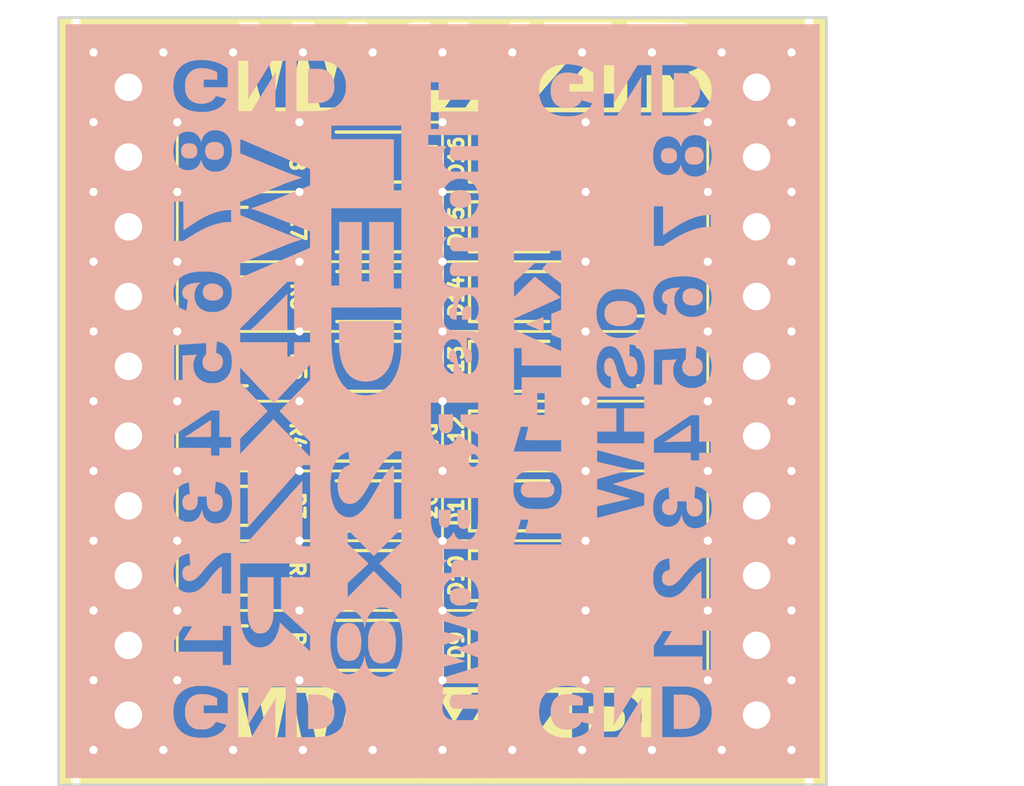
<source format=kicad_pcb>
(kicad_pcb (version 20171130) (host pcbnew 5.1.5-5.1.5)
  (title_block (rev 1))
  (layers (0 Front signal) (31 Back signal) (34 B.Paste user) (35 F.Paste user) (36 B.SilkS user hide) (37 F.SilkS user) (38 B.Mask user) (39 F.Mask user) (44 Edge.Cuts user))
  (net 0 "")
  (net 1 "Net-(D1-Pad2)")
  (net 2 "Net-(D2-Pad2)")
  (net 3 "Net-(D3-Pad2)")
  (net 4 "Net-(D4-Pad2)")
  (net 5 "Net-(D5-Pad2)")
  (net 6 "Net-(D6-Pad2)")
  (net 7 "Net-(D7-Pad2)")
  (net 8 "Net-(D8-Pad2)")
  (net 9 "Net-(D9-Pad2)")
  (net 10 "Net-(D10-Pad2)")
  (net 11 "Net-(D11-Pad2)")
  (net 12 "Net-(D12-Pad2)")
  (net 13 "Net-(D13-Pad2)")
  (net 14 "Net-(D14-Pad2)")
  (net 15 "Net-(D15-Pad2)")
  (net 16 "Net-(D16-Pad2)")
  (net 17 GND)
  (net 18 "Net-(J1-Pad9)")
  (net 19 "Net-(J1-Pad8)")
  (net 20 "Net-(J1-Pad7)")
  (net 21 "Net-(J1-Pad6)")
  (net 22 "Net-(J1-Pad5)")
  (net 23 "Net-(J1-Pad4)")
  (net 24 "Net-(J1-Pad3)")
  (net 25 "Net-(J1-Pad2)")
  (net 26 "Net-(J2-Pad9)")
  (net 27 "Net-(J2-Pad8)")
  (net 28 "Net-(J2-Pad7)")
  (net 29 "Net-(J2-Pad6)")
  (net 30 "Net-(J2-Pad5)")
  (net 31 "Net-(J2-Pad4)")
  (net 32 "Net-(J2-Pad3)")
  (net 33 "Net-(J2-Pad2)")
  (module KAT-101:front (layer Front) (at 217.17 64.77)
    (fp_text reference G*** hide)
    (fp_text value LOGO hide)
  )
  (module KAT-101:back (layer Back) (at 217.17 64.77 270)
    (fp_text reference G*** hide)
    (fp_text value LOGO hide)
  )
  (module Fiducial:Fiducial_0.75mm_Mask1.5mm (layer Front) (at 226.06 76.2)
    (fp_text reference FID3 hide)
    (fp_text value Fiducial)
    (pad "" smd circle (at 0 0) (size 0.75 0.75) (layers Front F.Mask) (clearance 0.375))
  )
  (module Fiducial:Fiducial_0.75mm_Mask1.5mm (layer Front) (at 208.28 53.34)
    (fp_text reference FID2 hide)
    (fp_text value Fiducial)
    (pad "" smd circle (at 0 0) (size 0.75 0.75) (layers Front F.Mask) (clearance 0.375))
  )
  (module Fiducial:Fiducial_0.75mm_Mask1.5mm (layer Front) (at 208.28 76.2)
    (fp_text reference FID1 hide)
    (fp_text value Fiducial)
    (pad "" smd circle (at 0 0) (size 0.75 0.75) (layers Front F.Mask) (clearance 0.375))
  )
  (module Connector_PinHeader_2.54mm:PinHeader_1x10_P2.54mm_Vertical (layer Back) (at 228.6 76.2)
    (fp_text reference J2 hide)
    (fp_text value Conn_01x10)
    (pad 10 thru_hole oval (at 0 -22.86) (size 1.7 1.7) (drill 1) (layers *.Cu *.Mask) (net 17 GND))
    (pad 9 thru_hole oval (at 0 -20.32) (size 1.7 1.7) (drill 1) (layers *.Cu *.Mask) (net 26 "Net-(J2-Pad9)"))
    (pad 8 thru_hole oval (at 0 -17.78) (size 1.7 1.7) (drill 1) (layers *.Cu *.Mask) (net 27 "Net-(J2-Pad8)"))
    (pad 7 thru_hole oval (at 0 -15.24) (size 1.7 1.7) (drill 1) (layers *.Cu *.Mask) (net 28 "Net-(J2-Pad7)"))
    (pad 6 thru_hole oval (at 0 -12.7) (size 1.7 1.7) (drill 1) (layers *.Cu *.Mask) (net 29 "Net-(J2-Pad6)"))
    (pad 5 thru_hole oval (at 0 -10.16) (size 1.7 1.7) (drill 1) (layers *.Cu *.Mask) (net 30 "Net-(J2-Pad5)"))
    (pad 4 thru_hole oval (at 0 -7.62) (size 1.7 1.7) (drill 1) (layers *.Cu *.Mask) (net 31 "Net-(J2-Pad4)"))
    (pad 3 thru_hole oval (at 0 -5.08) (size 1.7 1.7) (drill 1) (layers *.Cu *.Mask) (net 32 "Net-(J2-Pad3)"))
    (pad 2 thru_hole oval (at 0 -2.54) (size 1.7 1.7) (drill 1) (layers *.Cu *.Mask) (net 33 "Net-(J2-Pad2)"))
    (pad 1 thru_hole oval (at 0 0) (size 1.7 1.7) (drill 1) (layers *.Cu *.Mask) (net 17 GND))
  )
  (module Connector_PinHeader_2.54mm:PinHeader_1x10_P2.54mm_Vertical (layer Back) (at 205.74 76.2)
    (fp_text reference J1 hide)
    (fp_text value Conn_01x10)
    (pad 10 thru_hole oval (at 0 -22.86) (size 1.7 1.7) (drill 1) (layers *.Cu *.Mask) (net 17 GND))
    (pad 9 thru_hole oval (at 0 -20.32) (size 1.7 1.7) (drill 1) (layers *.Cu *.Mask) (net 18 "Net-(J1-Pad9)"))
    (pad 8 thru_hole oval (at 0 -17.78) (size 1.7 1.7) (drill 1) (layers *.Cu *.Mask) (net 19 "Net-(J1-Pad8)"))
    (pad 7 thru_hole oval (at 0 -15.24) (size 1.7 1.7) (drill 1) (layers *.Cu *.Mask) (net 20 "Net-(J1-Pad7)"))
    (pad 6 thru_hole oval (at 0 -12.7) (size 1.7 1.7) (drill 1) (layers *.Cu *.Mask) (net 21 "Net-(J1-Pad6)"))
    (pad 5 thru_hole oval (at 0 -10.16) (size 1.7 1.7) (drill 1) (layers *.Cu *.Mask) (net 22 "Net-(J1-Pad5)"))
    (pad 4 thru_hole oval (at 0 -7.62) (size 1.7 1.7) (drill 1) (layers *.Cu *.Mask) (net 23 "Net-(J1-Pad4)"))
    (pad 3 thru_hole oval (at 0 -5.08) (size 1.7 1.7) (drill 1) (layers *.Cu *.Mask) (net 24 "Net-(J1-Pad3)"))
    (pad 2 thru_hole oval (at 0 -2.54) (size 1.7 1.7) (drill 1) (layers *.Cu *.Mask) (net 25 "Net-(J1-Pad2)"))
    (pad 1 thru_hole oval (at 0 0) (size 1.7 1.7) (drill 1) (layers *.Cu *.Mask) (net 17 GND))
  )
  (module Resistor_SMD:R_0805_2012Metric (layer Front) (at 224.536 55.88)
    (fp_text reference R16 (at -2.1105 0 90 unlocked) (layer F.SilkS) (effects (font (size 0.508 0.508))))
    (fp_text value R_US)
    (pad 2 smd roundrect (at 0.9375 0) (size 0.975 1.4) (layers Front F.Paste F.Mask) (net 26 "Net-(J2-Pad9)"))
    (pad 1 smd roundrect (at -0.9375 0) (size 0.975 1.4) (layers Front F.Paste F.Mask) (net 16 "Net-(D16-Pad2)"))
  )
  (module Resistor_SMD:R_0805_2012Metric (layer Front) (at 224.536 58.42)
    (fp_text reference R15 (at -2.1105 0 90 unlocked) (layer F.SilkS) (effects (font (size 0.508 0.508))))
    (fp_text value R_US)
    (pad 2 smd roundrect (at 0.9375 0) (size 0.975 1.4) (layers Front F.Paste F.Mask) (net 27 "Net-(J2-Pad8)"))
    (pad 1 smd roundrect (at -0.9375 0) (size 0.975 1.4) (layers Front F.Paste F.Mask) (net 15 "Net-(D15-Pad2)"))
  )
  (module Resistor_SMD:R_0805_2012Metric (layer Front) (at 224.536 60.96)
    (fp_text reference R14 (at -2.1105 0 90 unlocked) (layer F.SilkS) (effects (font (size 0.508 0.508))))
    (fp_text value R_US)
    (pad 2 smd roundrect (at 0.9375 0) (size 0.975 1.4) (layers Front F.Paste F.Mask) (net 28 "Net-(J2-Pad7)"))
    (pad 1 smd roundrect (at -0.9375 0) (size 0.975 1.4) (layers Front F.Paste F.Mask) (net 14 "Net-(D14-Pad2)"))
  )
  (module Resistor_SMD:R_0805_2012Metric (layer Front) (at 224.536 63.5)
    (fp_text reference R13 (at -2.1105 0 90 unlocked) (layer F.SilkS) (effects (font (size 0.508 0.508))))
    (fp_text value R_US)
    (pad 2 smd roundrect (at 0.9375 0) (size 0.975 1.4) (layers Front F.Paste F.Mask) (net 29 "Net-(J2-Pad6)"))
    (pad 1 smd roundrect (at -0.9375 0) (size 0.975 1.4) (layers Front F.Paste F.Mask) (net 13 "Net-(D13-Pad2)"))
  )
  (module Resistor_SMD:R_0805_2012Metric (layer Front) (at 224.536 66.04)
    (fp_text reference R12 (at -2.1105 0 90 unlocked) (layer F.SilkS) (effects (font (size 0.508 0.508))))
    (fp_text value R_US)
    (pad 2 smd roundrect (at 0.9375 0) (size 0.975 1.4) (layers Front F.Paste F.Mask) (net 30 "Net-(J2-Pad5)"))
    (pad 1 smd roundrect (at -0.9375 0) (size 0.975 1.4) (layers Front F.Paste F.Mask) (net 12 "Net-(D12-Pad2)"))
  )
  (module Resistor_SMD:R_0805_2012Metric (layer Front) (at 224.536 68.58)
    (fp_text reference R11 (at -2.1105 0 90 unlocked) (layer F.SilkS) (effects (font (size 0.508 0.508))))
    (fp_text value R_US)
    (pad 2 smd roundrect (at 0.9375 0) (size 0.975 1.4) (layers Front F.Paste F.Mask) (net 31 "Net-(J2-Pad4)"))
    (pad 1 smd roundrect (at -0.9375 0) (size 0.975 1.4) (layers Front F.Paste F.Mask) (net 11 "Net-(D11-Pad2)"))
  )
  (module Resistor_SMD:R_0805_2012Metric (layer Front) (at 224.536 71.12)
    (fp_text reference R10 (at -2.1105 0 90 unlocked) (layer F.SilkS) (effects (font (size 0.508 0.508))))
    (fp_text value R_US)
    (pad 2 smd roundrect (at 0.9375 0) (size 0.975 1.4) (layers Front F.Paste F.Mask) (net 32 "Net-(J2-Pad3)"))
    (pad 1 smd roundrect (at -0.9375 0) (size 0.975 1.4) (layers Front F.Paste F.Mask) (net 10 "Net-(D10-Pad2)"))
  )
  (module Resistor_SMD:R_0805_2012Metric (layer Front) (at 224.536 73.66)
    (fp_text reference R9 (at -2.0955 0 90 unlocked) (layer F.SilkS) (effects (font (size 0.508 0.508))))
    (fp_text value R_US)
    (pad 2 smd roundrect (at 0.9375 0) (size 0.975 1.4) (layers Front F.Paste F.Mask) (net 33 "Net-(J2-Pad2)"))
    (pad 1 smd roundrect (at -0.9375 0) (size 0.975 1.4) (layers Front F.Paste F.Mask) (net 9 "Net-(D9-Pad2)"))
  )
  (module Resistor_SMD:R_0805_2012Metric (layer Front) (at 209.804 55.88 180)
    (fp_text reference R8 (at -2.0805 0 270 unlocked) (layer F.SilkS) (effects (font (size 0.508 0.508))))
    (fp_text value R_US)
    (pad 2 smd roundrect (at 0.9375 0 180) (size 0.975 1.4) (layers Front F.Paste F.Mask) (net 18 "Net-(J1-Pad9)"))
    (pad 1 smd roundrect (at -0.9375 0 180) (size 0.975 1.4) (layers Front F.Paste F.Mask) (net 8 "Net-(D8-Pad2)"))
  )
  (module Resistor_SMD:R_0805_2012Metric (layer Front) (at 209.804 58.42 180)
    (fp_text reference R7 (at -2.1105 0 270 unlocked) (layer F.SilkS) (effects (font (size 0.508 0.508))))
    (fp_text value R_US)
    (pad 2 smd roundrect (at 0.9375 0 180) (size 0.975 1.4) (layers Front F.Paste F.Mask) (net 19 "Net-(J1-Pad8)"))
    (pad 1 smd roundrect (at -0.9375 0 180) (size 0.975 1.4) (layers Front F.Paste F.Mask) (net 7 "Net-(D7-Pad2)"))
  )
  (module Resistor_SMD:R_0805_2012Metric (layer Front) (at 209.804 60.96 180)
    (fp_text reference R6 (at -2.1105 0 270 unlocked) (layer F.SilkS) (effects (font (size 0.508 0.508))))
    (fp_text value R_US)
    (pad 2 smd roundrect (at 0.9375 0 180) (size 0.975 1.4) (layers Front F.Paste F.Mask) (net 20 "Net-(J1-Pad7)"))
    (pad 1 smd roundrect (at -0.9375 0 180) (size 0.975 1.4) (layers Front F.Paste F.Mask) (net 6 "Net-(D6-Pad2)"))
  )
  (module Resistor_SMD:R_0805_2012Metric (layer Front) (at 209.804 63.5 180)
    (fp_text reference R5 (at -2.1105 0 270 unlocked) (layer F.SilkS) (effects (font (size 0.508 0.508))))
    (fp_text value R_US)
    (pad 2 smd roundrect (at 0.9375 0 180) (size 0.975 1.4) (layers Front F.Paste F.Mask) (net 21 "Net-(J1-Pad6)"))
    (pad 1 smd roundrect (at -0.9375 0 180) (size 0.975 1.4) (layers Front F.Paste F.Mask) (net 5 "Net-(D5-Pad2)"))
  )
  (module Resistor_SMD:R_0805_2012Metric (layer Front) (at 209.804 66.04 180)
    (fp_text reference R4 (at -2.0805 0 270 unlocked) (layer F.SilkS) (effects (font (size 0.508 0.508))))
    (fp_text value R_US)
    (pad 2 smd roundrect (at 0.9375 0 180) (size 0.975 1.4) (layers Front F.Paste F.Mask) (net 22 "Net-(J1-Pad5)"))
    (pad 1 smd roundrect (at -0.9375 0 180) (size 0.975 1.4) (layers Front F.Paste F.Mask) (net 4 "Net-(D4-Pad2)"))
  )
  (module Resistor_SMD:R_0805_2012Metric (layer Front) (at 209.804 68.58 180)
    (fp_text reference R3 (at -2.0805 0 270 unlocked) (layer F.SilkS) (effects (font (size 0.508 0.508))))
    (fp_text value R_US)
    (pad 2 smd roundrect (at 0.9375 0 180) (size 0.975 1.4) (layers Front F.Paste F.Mask) (net 23 "Net-(J1-Pad4)"))
    (pad 1 smd roundrect (at -0.9375 0 180) (size 0.975 1.4) (layers Front F.Paste F.Mask) (net 3 "Net-(D3-Pad2)"))
  )
  (module Resistor_SMD:R_0805_2012Metric (layer Front) (at 209.804 71.12 180)
    (fp_text reference R2 (at -2.0805 0 270 unlocked) (layer F.SilkS) (effects (font (size 0.508 0.508))))
    (fp_text value R_US)
    (pad 2 smd roundrect (at 0.9375 0 180) (size 0.975 1.4) (layers Front F.Paste F.Mask) (net 24 "Net-(J1-Pad3)"))
    (pad 1 smd roundrect (at -0.9375 0 180) (size 0.975 1.4) (layers Front F.Paste F.Mask) (net 2 "Net-(D2-Pad2)"))
  )
  (module Resistor_SMD:R_0805_2012Metric (layer Front) (at 209.804 73.66 180)
    (fp_text reference R1 (at -2.0805 0 270 unlocked) (layer F.SilkS) (effects (font (size 0.508 0.508))))
    (fp_text value R_US)
    (pad 2 smd roundrect (at 0.9375 0 180) (size 0.975 1.4) (layers Front F.Paste F.Mask) (net 25 "Net-(J1-Pad2)"))
    (pad 1 smd roundrect (at -0.9375 0 180) (size 0.975 1.4) (layers Front F.Paste F.Mask) (net 1 "Net-(D1-Pad2)"))
  )
  (module LED_SMD:LED_0805_2012Metric_Castellated (layer Front) (at 220.0375 55.88)
    (fp_text reference D16 (at -2.3595 0 90 unlocked) (layer F.SilkS) (effects (font (size 0.508 0.508))))
    (fp_text value LED)
    (pad 2 smd roundrect (at 0.9625 0) (size 1.325 1.3) (layers Front F.Paste F.Mask) (roundrect_rratio 0.192308) (net 16 "Net-(D16-Pad2)"))
    (pad 1 smd roundrect (at -0.9625 0) (size 1.325 1.3) (layers Front F.Paste F.Mask) (roundrect_rratio 0.192308) (net 17 GND))
  )
  (module LED_SMD:LED_0805_2012Metric_Castellated (layer Front) (at 220.0375 58.42)
    (fp_text reference D15 (at -2.3595 0 90 unlocked) (layer F.SilkS) (effects (font (size 0.508 0.508))))
    (fp_text value LED)
    (pad 2 smd roundrect (at 0.9625 0) (size 1.325 1.3) (layers Front F.Paste F.Mask) (roundrect_rratio 0.192308) (net 15 "Net-(D15-Pad2)"))
    (pad 1 smd roundrect (at -0.9625 0) (size 1.325 1.3) (layers Front F.Paste F.Mask) (roundrect_rratio 0.192308) (net 17 GND))
  )
  (module LED_SMD:LED_0805_2012Metric_Castellated (layer Front) (at 220.0375 60.96)
    (fp_text reference D14 (at -2.3595 0 90 unlocked) (layer F.SilkS) (effects (font (size 0.508 0.508))))
    (fp_text value LED)
    (pad 2 smd roundrect (at 0.9625 0) (size 1.325 1.3) (layers Front F.Paste F.Mask) (roundrect_rratio 0.192308) (net 14 "Net-(D14-Pad2)"))
    (pad 1 smd roundrect (at -0.9625 0) (size 1.325 1.3) (layers Front F.Paste F.Mask) (roundrect_rratio 0.192308) (net 17 GND))
  )
  (module LED_SMD:LED_0805_2012Metric_Castellated (layer Front) (at 220.0375 63.5)
    (fp_text reference D13 (at -2.3595 0 90 unlocked) (layer F.SilkS) (effects (font (size 0.508 0.508))))
    (fp_text value LED)
    (pad 2 smd roundrect (at 0.9625 0) (size 1.325 1.3) (layers Front F.Paste F.Mask) (roundrect_rratio 0.192308) (net 13 "Net-(D13-Pad2)"))
    (pad 1 smd roundrect (at -0.9625 0) (size 1.325 1.3) (layers Front F.Paste F.Mask) (roundrect_rratio 0.192308) (net 17 GND))
  )
  (module LED_SMD:LED_0805_2012Metric_Castellated (layer Front) (at 220.0375 66.04)
    (fp_text reference D12 (at -2.3595 0 90 unlocked) (layer F.SilkS) (effects (font (size 0.508 0.508))))
    (fp_text value LED)
    (pad 2 smd roundrect (at 0.9625 0) (size 1.325 1.3) (layers Front F.Paste F.Mask) (roundrect_rratio 0.192308) (net 12 "Net-(D12-Pad2)"))
    (pad 1 smd roundrect (at -0.9625 0) (size 1.325 1.3) (layers Front F.Paste F.Mask) (roundrect_rratio 0.192308) (net 17 GND))
  )
  (module LED_SMD:LED_0805_2012Metric_Castellated (layer Front) (at 220.0375 68.58)
    (fp_text reference D11 (at -2.3595 0 90 unlocked) (layer F.SilkS) (effects (font (size 0.508 0.508))))
    (fp_text value LED)
    (pad 2 smd roundrect (at 0.9625 0) (size 1.325 1.3) (layers Front F.Paste F.Mask) (roundrect_rratio 0.192308) (net 11 "Net-(D11-Pad2)"))
    (pad 1 smd roundrect (at -0.9625 0) (size 1.325 1.3) (layers Front F.Paste F.Mask) (roundrect_rratio 0.192308) (net 17 GND))
  )
  (module LED_SMD:LED_0805_2012Metric_Castellated (layer Front) (at 220.0375 71.12)
    (fp_text reference D10 (at -2.3595 0 90 unlocked) (layer F.SilkS) (effects (font (size 0.508 0.508))))
    (fp_text value LED)
    (pad 2 smd roundrect (at 0.9625 0) (size 1.325 1.3) (layers Front F.Paste F.Mask) (roundrect_rratio 0.192308) (net 10 "Net-(D10-Pad2)"))
    (pad 1 smd roundrect (at -0.9625 0) (size 1.325 1.3) (layers Front F.Paste F.Mask) (roundrect_rratio 0.192308) (net 17 GND))
  )
  (module LED_SMD:LED_0805_2012Metric_Castellated (layer Front) (at 220.0175 73.66)
    (fp_text reference D9 (at -2.3395 0 90 unlocked) (layer F.SilkS) (effects (font (size 0.508 0.508))))
    (fp_text value LED)
    (pad 2 smd roundrect (at 0.9625 0) (size 1.325 1.3) (layers Front F.Paste F.Mask) (roundrect_rratio 0.192308) (net 9 "Net-(D9-Pad2)"))
    (pad 1 smd roundrect (at -0.9625 0) (size 1.325 1.3) (layers Front F.Paste F.Mask) (roundrect_rratio 0.192308) (net 17 GND))
  )
  (module LED_SMD:LED_0805_2012Metric_Castellated (layer Front) (at 214.3025 55.88 180)
    (fp_text reference D8 (at -2.3595 0 270 unlocked) (layer F.SilkS) (effects (font (size 0.508 0.508))))
    (fp_text value LED)
    (pad 2 smd roundrect (at 0.9625 0 180) (size 1.325 1.3) (layers Front F.Paste F.Mask) (roundrect_rratio 0.192308) (net 8 "Net-(D8-Pad2)"))
    (pad 1 smd roundrect (at -0.9625 0 180) (size 1.325 1.3) (layers Front F.Paste F.Mask) (roundrect_rratio 0.192308) (net 17 GND))
  )
  (module LED_SMD:LED_0805_2012Metric_Castellated (layer Front) (at 214.3025 58.42 180)
    (fp_text reference D7 (at -2.3595 0 270 unlocked) (layer F.SilkS) (effects (font (size 0.508 0.508))))
    (fp_text value LED)
    (pad 2 smd roundrect (at 0.9625 0 180) (size 1.325 1.3) (layers Front F.Paste F.Mask) (roundrect_rratio 0.192308) (net 7 "Net-(D7-Pad2)"))
    (pad 1 smd roundrect (at -0.9625 0 180) (size 1.325 1.3) (layers Front F.Paste F.Mask) (roundrect_rratio 0.192308) (net 17 GND))
  )
  (module LED_SMD:LED_0805_2012Metric_Castellated (layer Front) (at 214.3225 60.96 180)
    (fp_text reference D6 (at -2.3395 0 270 unlocked) (layer F.SilkS) (effects (font (size 0.508 0.508))))
    (fp_text value LED)
    (pad 2 smd roundrect (at 0.9625 0 180) (size 1.325 1.3) (layers Front F.Paste F.Mask) (roundrect_rratio 0.192308) (net 6 "Net-(D6-Pad2)"))
    (pad 1 smd roundrect (at -0.9625 0 180) (size 1.325 1.3) (layers Front F.Paste F.Mask) (roundrect_rratio 0.192308) (net 17 GND))
  )
  (module LED_SMD:LED_0805_2012Metric_Castellated (layer Front) (at 214.3025 63.5 180)
    (fp_text reference D5 (at -2.3595 0 270 unlocked) (layer F.SilkS) (effects (font (size 0.508 0.508))))
    (fp_text value LED)
    (pad 2 smd roundrect (at 0.9625 0 180) (size 1.325 1.3) (layers Front F.Paste F.Mask) (roundrect_rratio 0.192308) (net 5 "Net-(D5-Pad2)"))
    (pad 1 smd roundrect (at -0.9625 0 180) (size 1.325 1.3) (layers Front F.Paste F.Mask) (roundrect_rratio 0.192308) (net 17 GND))
  )
  (module LED_SMD:LED_0805_2012Metric_Castellated (layer Front) (at 214.3025 66.04 180)
    (fp_text reference D4 (at -2.3595 0 270 unlocked) (layer F.SilkS) (effects (font (size 0.508 0.508))))
    (fp_text value LED)
    (pad 2 smd roundrect (at 0.9625 0 180) (size 1.325 1.3) (layers Front F.Paste F.Mask) (roundrect_rratio 0.192308) (net 4 "Net-(D4-Pad2)"))
    (pad 1 smd roundrect (at -0.9625 0 180) (size 1.325 1.3) (layers Front F.Paste F.Mask) (roundrect_rratio 0.192308) (net 17 GND))
  )
  (module LED_SMD:LED_0805_2012Metric_Castellated (layer Front) (at 214.3025 68.58 180)
    (fp_text reference D3 (at -2.3595 0 270 unlocked) (layer F.SilkS) (effects (font (size 0.508 0.508))))
    (fp_text value LED)
    (pad 2 smd roundrect (at 0.9625 0 180) (size 1.325 1.3) (layers Front F.Paste F.Mask) (roundrect_rratio 0.192308) (net 3 "Net-(D3-Pad2)"))
    (pad 1 smd roundrect (at -0.9625 0 180) (size 1.325 1.3) (layers Front F.Paste F.Mask) (roundrect_rratio 0.192308) (net 17 GND))
  )
  (module LED_SMD:LED_0805_2012Metric_Castellated (layer Front) (at 214.3025 71.12 180)
    (fp_text reference D2 (at -2.3595 0 270 unlocked) (layer F.SilkS) (effects (font (size 0.508 0.508))))
    (fp_text value LED)
    (pad 2 smd roundrect (at 0.9625 0 180) (size 1.325 1.3) (layers Front F.Paste F.Mask) (roundrect_rratio 0.192308) (net 2 "Net-(D2-Pad2)"))
    (pad 1 smd roundrect (at -0.9625 0 180) (size 1.325 1.3) (layers Front F.Paste F.Mask) (roundrect_rratio 0.192308) (net 17 GND))
  )
  (module LED_SMD:LED_0805_2012Metric_Castellated (layer Front) (at 214.3225 73.66 180)
    (fp_text reference D1 (at -2.3395 0 270 unlocked) (layer F.SilkS) (effects (font (size 0.508 0.508))))
    (fp_text value LED)
    (pad 2 smd roundrect (at 0.9625 0 180) (size 1.325 1.3) (layers Front F.Paste F.Mask) (roundrect_rratio 0.192308) (net 1 "Net-(D1-Pad2)"))
    (pad 1 smd roundrect (at -0.9625 0 180) (size 1.325 1.3) (layers Front F.Paste F.Mask) (roundrect_rratio 0.192308) (net 17 GND))
  )
  (gr_line (start 203.2 78.74) (end 231.14 78.74) (layer Edge.Cuts) (width 0.1))
  (gr_line (start 231.14 78.74) (end 231.14 50.8) (layer Edge.Cuts) (width 0.1))
  (gr_line (start 231.14 50.8) (end 203.2 50.8) (layer Edge.Cuts) (width 0.1))
  (gr_line (start 203.2 50.8) (end 203.2 78.74) (layer Edge.Cuts) (width 0.1))
  (gr_line (start 217.17 54.61) (end 217.17 74.93) (layer F.SilkS) (width 0.1))
  (gr_line (start 226.822 74.93) (end 226.822 54.61) (layer F.SilkS) (width 0.1))
  (gr_line (start 207.518 54.61) (end 207.518 74.93) (layer F.SilkS) (width 0.1))
  (gr_line (start 226.822 54.61) (end 207.518 54.61) (layer F.SilkS) (width 0.1))
  (gr_line (start 207.518 74.93) (end 226.822 74.93) (layer F.SilkS) (width 0.1))
  (gr_line (start 226.822 72.39) (end 207.518 72.39) (layer F.SilkS) (width 0.1))
  (gr_line (start 226.822 69.85) (end 207.518 69.85) (layer F.SilkS) (width 0.1))
  (gr_line (start 226.695 67.31) (end 226.822 67.31) (layer F.SilkS) (width 0.1))
  (gr_line (start 207.518 67.31) (end 226.695 67.31) (layer F.SilkS) (width 0.1))
  (gr_line (start 226.822 64.77) (end 207.518 64.77) (layer F.SilkS) (width 0.1))
  (gr_line (start 207.518 62.23) (end 226.822 62.23) (layer F.SilkS) (width 0.1))
  (gr_line (start 226.822 59.69) (end 207.518 59.69) (layer F.SilkS) (width 0.1))
  (gr_line (start 207.518 57.15) (end 226.822 57.15) (layer F.SilkS) (width 0.1))
  (segment (start 210.7415 73.66) (end 213.36 73.66) (width 0.508) (layer Front) (net 1))
  (segment (start 213.34 71.12) (end 210.7415 71.12) (width 0.508) (layer Front) (net 2))
  (segment (start 210.7415 68.58) (end 213.34 68.58) (width 0.508) (layer Front) (net 3))
  (segment (start 213.34 66.04) (end 210.7415 66.04) (width 0.508) (layer Front) (net 4))
  (segment (start 210.7415 63.5) (end 213.34 63.5) (width 0.508) (layer Front) (net 5))
  (segment (start 213.36 60.96) (end 210.7415 60.96) (width 0.508) (layer Front) (net 6))
  (segment (start 213.34 58.42) (end 210.7415 58.42) (width 0.508) (layer Front) (net 7))
  (segment (start 213.34 55.88) (end 210.7415 55.88) (width 0.508) (layer Front) (net 8))
  (segment (start 223.5985 73.66) (end 220.98 73.66) (width 0.508) (layer Front) (net 9))
  (segment (start 221 71.12) (end 223.5985 71.12) (width 0.508) (layer Front) (net 10))
  (segment (start 221 68.58) (end 223.5985 68.58) (width 0.508) (layer Front) (net 11))
  (segment (start 221 66.04) (end 223.5985 66.04) (width 0.508) (layer Front) (net 12))
  (segment (start 221 63.5) (end 223.5985 63.5) (width 0.508) (layer Front) (net 13))
  (segment (start 221 60.96) (end 223.5985 60.96) (width 0.508) (layer Front) (net 14))
  (segment (start 223.5985 58.42) (end 221 58.42) (width 0.508) (layer Front) (net 15))
  (segment (start 221 55.88) (end 223.5985 55.88) (width 0.508) (layer Front) (net 16))
  (via (at 217.17 74.93) (size 0.6) (drill 0.3) (layers Front Back) (net 17))
  (via (at 217.17 72.39) (size 0.6) (drill 0.3) (layers Front Back) (net 17))
  (via (at 217.17 69.85) (size 0.6) (drill 0.3) (layers Front Back) (net 17))
  (via (at 217.17 67.31) (size 0.6) (drill 0.3) (layers Front Back) (net 17))
  (via (at 217.17 64.77) (size 0.6) (drill 0.3) (layers Front Back) (net 17))
  (via (at 217.17 62.23) (size 0.6) (drill 0.3) (layers Front Back) (net 17))
  (via (at 217.17 59.69) (size 0.6) (drill 0.3) (layers Front Back) (net 17))
  (via (at 217.17 57.15) (size 0.6) (drill 0.3) (layers Front Back) (net 17))
  (via (at 217.17 54.61) (size 0.6) (drill 0.3) (layers Front Back) (net 17))
  (via (at 226.822 54.61) (size 0.6) (drill 0.3) (layers Front Back) (net 17))
  (via (at 207.518 54.61) (size 0.6) (drill 0.3) (layers Front Back) (net 17))
  (via (at 207.518 74.93) (size 0.6) (drill 0.3) (layers Front Back) (net 17))
  (via (at 226.822 74.93) (size 0.6) (drill 0.3) (layers Front Back) (net 17))
  (via (at 226.822 57.15) (size 0.6) (drill 0.3) (layers Front Back) (net 17))
  (via (at 226.822 59.69) (size 0.6) (drill 0.3) (layers Front Back) (net 17))
  (via (at 226.822 62.23) (size 0.6) (drill 0.3) (layers Front Back) (net 17))
  (via (at 226.822 64.77) (size 0.6) (drill 0.3) (layers Front Back) (net 17))
  (via (at 226.822 67.31) (size 0.6) (drill 0.3) (layers Front Back) (net 17))
  (via (at 226.822 69.85) (size 0.6) (drill 0.3) (layers Front Back) (net 17))
  (via (at 226.822 72.39) (size 0.6) (drill 0.3) (layers Front Back) (net 17))
  (via (at 207.518 72.39) (size 0.6) (drill 0.3) (layers Front Back) (net 17))
  (via (at 207.518 69.85) (size 0.6) (drill 0.3) (layers Front Back) (net 17))
  (via (at 207.518 67.31) (size 0.6) (drill 0.3) (layers Front Back) (net 17))
  (via (at 207.518 64.77) (size 0.6) (drill 0.3) (layers Front Back) (net 17))
  (via (at 207.518 62.23) (size 0.6) (drill 0.3) (layers Front Back) (net 17))
  (via (at 207.518 59.69) (size 0.6) (drill 0.3) (layers Front Back) (net 17))
  (via (at 207.518 57.15) (size 0.6) (drill 0.3) (layers Front Back) (net 17))
  (via (at 222.377 57.15) (size 0.6) (drill 0.3) (layers Front Back) (net 17))
  (via (at 222.377 59.69) (size 0.6) (drill 0.3) (layers Front Back) (net 17))
  (via (at 222.377 62.23) (size 0.6) (drill 0.3) (layers Front Back) (net 17))
  (via (at 222.377 64.77) (size 0.6) (drill 0.3) (layers Front Back) (net 17))
  (via (at 222.377 67.31) (size 0.6) (drill 0.3) (layers Front Back) (net 17))
  (via (at 222.377 69.85) (size 0.6) (drill 0.3) (layers Front Back) (net 17))
  (via (at 222.377 72.39) (size 0.6) (drill 0.3) (layers Front Back) (net 17))
  (via (at 222.377 74.93) (size 0.6) (drill 0.3) (layers Front Back) (net 17))
  (via (at 222.377 54.61) (size 0.6) (drill 0.3) (layers Front Back) (net 17))
  (via (at 211.963 54.61) (size 0.6) (drill 0.3) (layers Front Back) (net 17))
  (via (at 211.963 57.15) (size 0.6) (drill 0.3) (layers Front Back) (net 17))
  (via (at 211.963 59.69) (size 0.6) (drill 0.3) (layers Front Back) (net 17))
  (via (at 211.963 62.23) (size 0.6) (drill 0.3) (layers Front Back) (net 17))
  (via (at 211.963 64.77) (size 0.6) (drill 0.3) (layers Front Back) (net 17))
  (via (at 211.963 67.31) (size 0.6) (drill 0.3) (layers Front Back) (net 17))
  (via (at 211.963 69.85) (size 0.6) (drill 0.3) (layers Front Back) (net 17))
  (via (at 211.963 72.39) (size 0.6) (drill 0.3) (layers Front Back) (net 17))
  (via (at 211.963 74.93) (size 0.6) (drill 0.3) (layers Front Back) (net 17))
  (via (at 229.87 52.07) (size 0.6) (drill 0.3) (layers Front Back) (net 17))
  (via (at 227.33 52.07) (size 0.6) (drill 0.3) (layers Front Back) (net 17))
  (via (at 224.79 52.07) (size 0.6) (drill 0.3) (layers Front Back) (net 17))
  (via (at 222.25 52.07) (size 0.6) (drill 0.3) (layers Front Back) (net 17))
  (via (at 219.71 52.07) (size 0.6) (drill 0.3) (layers Front Back) (net 17))
  (via (at 217.17 52.07) (size 0.6) (drill 0.3) (layers Front Back) (net 17))
  (via (at 214.63 52.07) (size 0.6) (drill 0.3) (layers Front Back) (net 17))
  (via (at 212.09 52.07) (size 0.6) (drill 0.3) (layers Front Back) (net 17))
  (via (at 209.55 52.07) (size 0.6) (drill 0.3) (layers Front Back) (net 17))
  (via (at 207.01 52.07) (size 0.6) (drill 0.3) (layers Front Back) (net 17))
  (via (at 204.47 52.07) (size 0.6) (drill 0.3) (layers Front Back) (net 17))
  (via (at 204.47 54.61) (size 0.6) (drill 0.3) (layers Front Back) (net 17))
  (via (at 204.47 57.15) (size 0.6) (drill 0.3) (layers Front Back) (net 17))
  (via (at 204.47 59.69) (size 0.6) (drill 0.3) (layers Front Back) (net 17))
  (via (at 204.47 62.23) (size 0.6) (drill 0.3) (layers Front Back) (net 17))
  (via (at 204.47 64.77) (size 0.6) (drill 0.3) (layers Front Back) (net 17))
  (via (at 204.47 67.31) (size 0.6) (drill 0.3) (layers Front Back) (net 17))
  (via (at 204.47 69.85) (size 0.6) (drill 0.3) (layers Front Back) (net 17))
  (via (at 204.47 72.39) (size 0.6) (drill 0.3) (layers Front Back) (net 17))
  (via (at 204.47 74.93) (size 0.6) (drill 0.3) (layers Front Back) (net 17))
  (via (at 204.47 77.47) (size 0.6) (drill 0.3) (layers Front Back) (net 17))
  (via (at 207.01 77.47) (size 0.6) (drill 0.3) (layers Front Back) (net 17))
  (via (at 209.55 77.47) (size 0.6) (drill 0.3) (layers Front Back) (net 17))
  (via (at 212.09 77.47) (size 0.6) (drill 0.3) (layers Front Back) (net 17))
  (via (at 214.63 77.47) (size 0.6) (drill 0.3) (layers Front Back) (net 17))
  (via (at 217.17 77.47) (size 0.6) (drill 0.3) (layers Front Back) (net 17))
  (via (at 219.71 77.47) (size 0.6) (drill 0.3) (layers Front Back) (net 17))
  (via (at 222.25 77.47) (size 0.6) (drill 0.3) (layers Front Back) (net 17))
  (via (at 224.79 77.47) (size 0.6) (drill 0.3) (layers Front Back) (net 17))
  (via (at 227.33 77.47) (size 0.6) (drill 0.3) (layers Front Back) (net 17))
  (via (at 229.87 77.47) (size 0.6) (drill 0.3) (layers Front Back) (net 17))
  (via (at 229.87 74.93) (size 0.6) (drill 0.3) (layers Front Back) (net 17))
  (via (at 229.87 72.39) (size 0.6) (drill 0.3) (layers Front Back) (net 17))
  (via (at 229.87 69.85) (size 0.6) (drill 0.3) (layers Front Back) (net 17))
  (via (at 229.87 67.31) (size 0.6) (drill 0.3) (layers Front Back) (net 17))
  (via (at 229.87 64.77) (size 0.6) (drill 0.3) (layers Front Back) (net 17))
  (via (at 229.87 62.23) (size 0.6) (drill 0.3) (layers Front Back) (net 17))
  (via (at 229.87 59.69) (size 0.6) (drill 0.3) (layers Front Back) (net 17))
  (via (at 229.87 57.15) (size 0.6) (drill 0.3) (layers Front Back) (net 17))
  (via (at 229.87 54.61) (size 0.6) (drill 0.3) (layers Front Back) (net 17))
  (segment (start 208.8665 55.88) (end 205.74 55.88) (width 0.508) (layer Front) (net 18))
  (segment (start 208.8665 58.42) (end 205.74 58.42) (width 0.508) (layer Front) (net 19))
  (segment (start 208.8665 60.96) (end 205.74 60.96) (width 0.508) (layer Front) (net 20))
  (segment (start 205.74 63.5) (end 208.8665 63.5) (width 0.508) (layer Front) (net 21))
  (segment (start 205.74 66.04) (end 208.8665 66.04) (width 0.508) (layer Front) (net 22))
  (segment (start 205.74 68.58) (end 208.8665 68.58) (width 0.508) (layer Front) (net 23))
  (segment (start 205.74 71.12) (end 208.8665 71.12) (width 0.508) (layer Front) (net 24))
  (segment (start 205.74 73.66) (end 208.8665 73.66) (width 0.508) (layer Front) (net 25))
  (segment (start 228.6 55.88) (end 225.4735 55.88) (width 0.508) (layer Front) (net 26))
  (segment (start 228.6 58.42) (end 225.4735 58.42) (width 0.508) (layer Front) (net 27))
  (segment (start 228.6 60.96) (end 225.4735 60.96) (width 0.508) (layer Front) (net 28))
  (segment (start 228.6 63.5) (end 225.4735 63.5) (width 0.508) (layer Front) (net 29))
  (segment (start 225.4735 66.04) (end 228.6 66.04) (width 0.508) (layer Front) (net 30))
  (segment (start 225.4735 68.58) (end 228.6 68.58) (width 0.508) (layer Front) (net 31))
  (segment (start 225.4735 71.12) (end 228.6 71.12) (width 0.508) (layer Front) (net 32))
  (segment (start 225.4735 73.66) (end 228.6 73.66) (width 0.508) (layer Front) (net 33))
  (zone (net 17) (net_name GND) (layer Front) (connect_pads (clearance 0.3048)) (min_thickness 0.2032) (fill yes (arc_segments 32) (thermal_gap 0.3048) (thermal_bridge_width 0.635))
    (polygon (pts (xy 230.886 78.486) (xy 203.454 78.486) (xy 203.454 51.054) (xy 230.886 51.054)))
  )
  (zone (net 17) (net_name GND) (layer Back) (connect_pads (clearance 0.3048)) (min_thickness 0.2032) (fill yes (arc_segments 32) (thermal_gap 0.3048) (thermal_bridge_width 0.635))
    (polygon (pts (xy 230.886 78.486) (xy 203.454 78.486) (xy 203.454 51.054) (xy 230.886 51.054)))
  )
  (zone (net 18) (net_name "Net-(J1-Pad9)") (layer Front) (priority 16962) (connect_pads yes (clearance 0.25)) (min_thickness 0.0254) (fill yes (arc_segments 32) (thermal_gap 0.508) (thermal_bridge_width 0.508))
    (polygon (pts (xy 207.44 55.626001) (xy 207.402328 55.625787) (xy 207.365188 55.625148) (xy 207.328577 55.624082) (xy 207.292498 55.62259) (xy 207.256949 55.620672) (xy 207.221931 55.618328) (xy 207.187443 55.615557) (xy 207.153486 55.61236) (xy 207.12006 55.608737) (xy 207.087164 55.604688) (xy 207.054799 55.600212) (xy 207.022964 55.59531) (xy 206.99166 55.589982) (xy 206.960887 55.584228) (xy 206.930644 55.578047) (xy 206.900932 55.57144) (xy 206.87175 55.564407) (xy 206.843099 55.556948) (xy 206.814979 55.549062) (xy 206.787389 55.54075) (xy 206.76033 55.532012) (xy 206.733801 55.522848) (xy 206.707803 55.513257) (xy 206.682336 55.50324) (xy 206.657399 55.492797) (xy 206.632993 55.481928) (xy 206.609117 55.470632) (xy 206.585772 55.45891) (xy 206.562958 55.446762) (xy 206.540674 55.434187) (xy 206.518921 55.421187) (xy 206.497699 55.40776) (xy 206.477007 55.393907) (xy 206.456846 55.379627) (xy 206.437215 55.364922) (xy 206.418115 55.34979) (xy 206.399545 55.334232) (xy 206.381506 55.318247) (xy 206.363998 55.301836) (xy 206.347021 55.285) (xy 205.315 55.88) (xy 206.347021 56.475) (xy 206.363998 56.458163) (xy 206.381506 56.441752) (xy 206.399545 56.425767) (xy 206.418115 56.410209) (xy 206.437215 56.395077) (xy 206.456846 56.380372) (xy 206.477007 56.366092) (xy 206.497699 56.352239) (xy 206.518921 56.338812) (xy 206.540674 56.325812) (xy 206.562958 56.313237) (xy 206.585772 56.301089) (xy 206.609117 56.289367) (xy 206.632993 56.278071) (xy 206.657399 56.267202) (xy 206.682336 56.256759) (xy 206.707803 56.246742) (xy 206.733801 56.237151) (xy 206.76033 56.227987) (xy 206.787389 56.219249) (xy 206.814979 56.210937) (xy 206.843099 56.203051) (xy 206.87175 56.195592) (xy 206.900932 56.188559) (xy 206.930644 56.181952) (xy 206.960887 56.175771) (xy 206.99166 56.170017) (xy 207.022964 56.164689) (xy 207.054799 56.159787) (xy 207.087164 56.155311) (xy 207.12006 56.151262) (xy 207.153486 56.147639) (xy 207.187443 56.144442) (xy 207.221931 56.141671) (xy 207.256949 56.139327) (xy 207.292498 56.137409) (xy 207.328577 56.135917) (xy 207.365188 56.134851) (xy 207.402328 56.134212) (xy 207.44 56.133999)))
  )
  (zone (net 19) (net_name "Net-(J1-Pad8)") (layer Front) (priority 16962) (connect_pads yes (clearance 0.25)) (min_thickness 0.0254) (fill yes (arc_segments 32) (thermal_gap 0.508) (thermal_bridge_width 0.508))
    (polygon (pts (xy 207.44 58.166001) (xy 207.402328 58.165787) (xy 207.365188 58.165148) (xy 207.328577 58.164082) (xy 207.292498 58.16259) (xy 207.256949 58.160672) (xy 207.221931 58.158328) (xy 207.187443 58.155557) (xy 207.153486 58.15236) (xy 207.12006 58.148737) (xy 207.087164 58.144688) (xy 207.054799 58.140212) (xy 207.022964 58.13531) (xy 206.99166 58.129982) (xy 206.960887 58.124228) (xy 206.930644 58.118047) (xy 206.900932 58.11144) (xy 206.87175 58.104407) (xy 206.843099 58.096948) (xy 206.814979 58.089062) (xy 206.787389 58.08075) (xy 206.76033 58.072012) (xy 206.733801 58.062848) (xy 206.707803 58.053257) (xy 206.682336 58.04324) (xy 206.657399 58.032797) (xy 206.632993 58.021928) (xy 206.609117 58.010632) (xy 206.585772 57.99891) (xy 206.562958 57.986762) (xy 206.540674 57.974187) (xy 206.518921 57.961187) (xy 206.497699 57.94776) (xy 206.477007 57.933907) (xy 206.456846 57.919627) (xy 206.437215 57.904922) (xy 206.418115 57.88979) (xy 206.399545 57.874232) (xy 206.381506 57.858247) (xy 206.363998 57.841836) (xy 206.347021 57.825) (xy 205.315 58.42) (xy 206.347021 59.015) (xy 206.363998 58.998163) (xy 206.381506 58.981752) (xy 206.399545 58.965767) (xy 206.418115 58.950209) (xy 206.437215 58.935077) (xy 206.456846 58.920372) (xy 206.477007 58.906092) (xy 206.497699 58.892239) (xy 206.518921 58.878812) (xy 206.540674 58.865812) (xy 206.562958 58.853237) (xy 206.585772 58.841089) (xy 206.609117 58.829367) (xy 206.632993 58.818071) (xy 206.657399 58.807202) (xy 206.682336 58.796759) (xy 206.707803 58.786742) (xy 206.733801 58.777151) (xy 206.76033 58.767987) (xy 206.787389 58.759249) (xy 206.814979 58.750937) (xy 206.843099 58.743051) (xy 206.87175 58.735592) (xy 206.900932 58.728559) (xy 206.930644 58.721952) (xy 206.960887 58.715771) (xy 206.99166 58.710017) (xy 207.022964 58.704689) (xy 207.054799 58.699787) (xy 207.087164 58.695311) (xy 207.12006 58.691262) (xy 207.153486 58.687639) (xy 207.187443 58.684442) (xy 207.221931 58.681671) (xy 207.256949 58.679327) (xy 207.292498 58.677409) (xy 207.328577 58.675917) (xy 207.365188 58.674851) (xy 207.402328 58.674212) (xy 207.44 58.673999)))
  )
  (zone (net 20) (net_name "Net-(J1-Pad7)") (layer Front) (priority 16962) (connect_pads yes (clearance 0.25)) (min_thickness 0.0254) (fill yes (arc_segments 32) (thermal_gap 0.508) (thermal_bridge_width 0.508))
    (polygon (pts (xy 207.44 60.706001) (xy 207.402328 60.705787) (xy 207.365188 60.705148) (xy 207.328577 60.704082) (xy 207.292498 60.70259) (xy 207.256949 60.700672) (xy 207.221931 60.698328) (xy 207.187443 60.695557) (xy 207.153486 60.69236) (xy 207.12006 60.688737) (xy 207.087164 60.684688) (xy 207.054799 60.680212) (xy 207.022964 60.67531) (xy 206.99166 60.669982) (xy 206.960887 60.664228) (xy 206.930644 60.658047) (xy 206.900932 60.65144) (xy 206.87175 60.644407) (xy 206.843099 60.636948) (xy 206.814979 60.629062) (xy 206.787389 60.62075) (xy 206.76033 60.612012) (xy 206.733801 60.602848) (xy 206.707803 60.593257) (xy 206.682336 60.58324) (xy 206.657399 60.572797) (xy 206.632993 60.561928) (xy 206.609117 60.550632) (xy 206.585772 60.53891) (xy 206.562958 60.526762) (xy 206.540674 60.514187) (xy 206.518921 60.501187) (xy 206.497699 60.48776) (xy 206.477007 60.473907) (xy 206.456846 60.459627) (xy 206.437215 60.444922) (xy 206.418115 60.42979) (xy 206.399545 60.414232) (xy 206.381506 60.398247) (xy 206.363998 60.381836) (xy 206.347021 60.365) (xy 205.315 60.96) (xy 206.347021 61.555) (xy 206.363998 61.538163) (xy 206.381506 61.521752) (xy 206.399545 61.505767) (xy 206.418115 61.490209) (xy 206.437215 61.475077) (xy 206.456846 61.460372) (xy 206.477007 61.446092) (xy 206.497699 61.432239) (xy 206.518921 61.418812) (xy 206.540674 61.405812) (xy 206.562958 61.393237) (xy 206.585772 61.381089) (xy 206.609117 61.369367) (xy 206.632993 61.358071) (xy 206.657399 61.347202) (xy 206.682336 61.336759) (xy 206.707803 61.326742) (xy 206.733801 61.317151) (xy 206.76033 61.307987) (xy 206.787389 61.299249) (xy 206.814979 61.290937) (xy 206.843099 61.283051) (xy 206.87175 61.275592) (xy 206.900932 61.268559) (xy 206.930644 61.261952) (xy 206.960887 61.255771) (xy 206.99166 61.250017) (xy 207.022964 61.244689) (xy 207.054799 61.239787) (xy 207.087164 61.235311) (xy 207.12006 61.231262) (xy 207.153486 61.227639) (xy 207.187443 61.224442) (xy 207.221931 61.221671) (xy 207.256949 61.219327) (xy 207.292498 61.217409) (xy 207.328577 61.215917) (xy 207.365188 61.214851) (xy 207.402328 61.214212) (xy 207.44 61.213999)))
  )
  (zone (net 21) (net_name "Net-(J1-Pad6)") (layer Front) (priority 16962) (connect_pads yes (clearance 0.25)) (min_thickness 0.0254) (fill yes (arc_segments 32) (thermal_gap 0.508) (thermal_bridge_width 0.508))
    (polygon (pts (xy 207.44 63.246001) (xy 207.402328 63.245787) (xy 207.365188 63.245148) (xy 207.328577 63.244082) (xy 207.292498 63.24259) (xy 207.256949 63.240672) (xy 207.221931 63.238328) (xy 207.187443 63.235557) (xy 207.153486 63.23236) (xy 207.12006 63.228737) (xy 207.087164 63.224688) (xy 207.054799 63.220212) (xy 207.022964 63.21531) (xy 206.99166 63.209982) (xy 206.960887 63.204228) (xy 206.930644 63.198047) (xy 206.900932 63.19144) (xy 206.87175 63.184407) (xy 206.843099 63.176948) (xy 206.814979 63.169062) (xy 206.787389 63.16075) (xy 206.76033 63.152012) (xy 206.733801 63.142848) (xy 206.707803 63.133257) (xy 206.682336 63.12324) (xy 206.657399 63.112797) (xy 206.632993 63.101928) (xy 206.609117 63.090632) (xy 206.585772 63.07891) (xy 206.562958 63.066762) (xy 206.540674 63.054187) (xy 206.518921 63.041187) (xy 206.497699 63.02776) (xy 206.477007 63.013907) (xy 206.456846 62.999627) (xy 206.437215 62.984922) (xy 206.418115 62.96979) (xy 206.399545 62.954232) (xy 206.381506 62.938247) (xy 206.363998 62.921836) (xy 206.347021 62.905) (xy 205.315 63.5) (xy 206.347021 64.095) (xy 206.363998 64.078163) (xy 206.381506 64.061752) (xy 206.399545 64.045767) (xy 206.418115 64.030209) (xy 206.437215 64.015077) (xy 206.456846 64.000372) (xy 206.477007 63.986092) (xy 206.497699 63.972239) (xy 206.518921 63.958812) (xy 206.540674 63.945812) (xy 206.562958 63.933237) (xy 206.585772 63.921089) (xy 206.609117 63.909367) (xy 206.632993 63.898071) (xy 206.657399 63.887202) (xy 206.682336 63.876759) (xy 206.707803 63.866742) (xy 206.733801 63.857151) (xy 206.76033 63.847987) (xy 206.787389 63.839249) (xy 206.814979 63.830937) (xy 206.843099 63.823051) (xy 206.87175 63.815592) (xy 206.900932 63.808559) (xy 206.930644 63.801952) (xy 206.960887 63.795771) (xy 206.99166 63.790017) (xy 207.022964 63.784689) (xy 207.054799 63.779787) (xy 207.087164 63.775311) (xy 207.12006 63.771262) (xy 207.153486 63.767639) (xy 207.187443 63.764442) (xy 207.221931 63.761671) (xy 207.256949 63.759327) (xy 207.292498 63.757409) (xy 207.328577 63.755917) (xy 207.365188 63.754851) (xy 207.402328 63.754212) (xy 207.44 63.753999)))
  )
  (zone (net 22) (net_name "Net-(J1-Pad5)") (layer Front) (priority 16962) (connect_pads yes (clearance 0.25)) (min_thickness 0.0254) (fill yes (arc_segments 32) (thermal_gap 0.508) (thermal_bridge_width 0.508))
    (polygon (pts (xy 207.44 65.786001) (xy 207.402328 65.785787) (xy 207.365188 65.785148) (xy 207.328577 65.784082) (xy 207.292498 65.78259) (xy 207.256949 65.780672) (xy 207.221931 65.778328) (xy 207.187443 65.775557) (xy 207.153486 65.77236) (xy 207.12006 65.768737) (xy 207.087164 65.764688) (xy 207.054799 65.760212) (xy 207.022964 65.75531) (xy 206.99166 65.749982) (xy 206.960887 65.744228) (xy 206.930644 65.738047) (xy 206.900932 65.73144) (xy 206.87175 65.724407) (xy 206.843099 65.716948) (xy 206.814979 65.709062) (xy 206.787389 65.70075) (xy 206.76033 65.692012) (xy 206.733801 65.682848) (xy 206.707803 65.673257) (xy 206.682336 65.66324) (xy 206.657399 65.652797) (xy 206.632993 65.641928) (xy 206.609117 65.630632) (xy 206.585772 65.61891) (xy 206.562958 65.606762) (xy 206.540674 65.594187) (xy 206.518921 65.581187) (xy 206.497699 65.56776) (xy 206.477007 65.553907) (xy 206.456846 65.539627) (xy 206.437215 65.524922) (xy 206.418115 65.50979) (xy 206.399545 65.494232) (xy 206.381506 65.478247) (xy 206.363998 65.461836) (xy 206.347021 65.445) (xy 205.315 66.04) (xy 206.347021 66.635) (xy 206.363998 66.618163) (xy 206.381506 66.601752) (xy 206.399545 66.585767) (xy 206.418115 66.570209) (xy 206.437215 66.555077) (xy 206.456846 66.540372) (xy 206.477007 66.526092) (xy 206.497699 66.512239) (xy 206.518921 66.498812) (xy 206.540674 66.485812) (xy 206.562958 66.473237) (xy 206.585772 66.461089) (xy 206.609117 66.449367) (xy 206.632993 66.438071) (xy 206.657399 66.427202) (xy 206.682336 66.416759) (xy 206.707803 66.406742) (xy 206.733801 66.397151) (xy 206.76033 66.387987) (xy 206.787389 66.379249) (xy 206.814979 66.370937) (xy 206.843099 66.363051) (xy 206.87175 66.355592) (xy 206.900932 66.348559) (xy 206.930644 66.341952) (xy 206.960887 66.335771) (xy 206.99166 66.330017) (xy 207.022964 66.324689) (xy 207.054799 66.319787) (xy 207.087164 66.315311) (xy 207.12006 66.311262) (xy 207.153486 66.307639) (xy 207.187443 66.304442) (xy 207.221931 66.301671) (xy 207.256949 66.299327) (xy 207.292498 66.297409) (xy 207.328577 66.295917) (xy 207.365188 66.294851) (xy 207.402328 66.294212) (xy 207.44 66.293999)))
  )
  (zone (net 23) (net_name "Net-(J1-Pad4)") (layer Front) (priority 16962) (connect_pads yes (clearance 0.25)) (min_thickness 0.0254) (fill yes (arc_segments 32) (thermal_gap 0.508) (thermal_bridge_width 0.508))
    (polygon (pts (xy 207.44 68.326001) (xy 207.402328 68.325787) (xy 207.365188 68.325148) (xy 207.328577 68.324082) (xy 207.292498 68.32259) (xy 207.256949 68.320672) (xy 207.221931 68.318328) (xy 207.187443 68.315557) (xy 207.153486 68.31236) (xy 207.12006 68.308737) (xy 207.087164 68.304688) (xy 207.054799 68.300212) (xy 207.022964 68.29531) (xy 206.99166 68.289982) (xy 206.960887 68.284228) (xy 206.930644 68.278047) (xy 206.900932 68.27144) (xy 206.87175 68.264407) (xy 206.843099 68.256948) (xy 206.814979 68.249062) (xy 206.787389 68.24075) (xy 206.76033 68.232012) (xy 206.733801 68.222848) (xy 206.707803 68.213257) (xy 206.682336 68.20324) (xy 206.657399 68.192797) (xy 206.632993 68.181928) (xy 206.609117 68.170632) (xy 206.585772 68.15891) (xy 206.562958 68.146762) (xy 206.540674 68.134187) (xy 206.518921 68.121187) (xy 206.497699 68.10776) (xy 206.477007 68.093907) (xy 206.456846 68.079627) (xy 206.437215 68.064922) (xy 206.418115 68.04979) (xy 206.399545 68.034232) (xy 206.381506 68.018247) (xy 206.363998 68.001836) (xy 206.347021 67.985) (xy 205.315 68.58) (xy 206.347021 69.175) (xy 206.363998 69.158163) (xy 206.381506 69.141752) (xy 206.399545 69.125767) (xy 206.418115 69.110209) (xy 206.437215 69.095077) (xy 206.456846 69.080372) (xy 206.477007 69.066092) (xy 206.497699 69.052239) (xy 206.518921 69.038812) (xy 206.540674 69.025812) (xy 206.562958 69.013237) (xy 206.585772 69.001089) (xy 206.609117 68.989367) (xy 206.632993 68.978071) (xy 206.657399 68.967202) (xy 206.682336 68.956759) (xy 206.707803 68.946742) (xy 206.733801 68.937151) (xy 206.76033 68.927987) (xy 206.787389 68.919249) (xy 206.814979 68.910937) (xy 206.843099 68.903051) (xy 206.87175 68.895592) (xy 206.900932 68.888559) (xy 206.930644 68.881952) (xy 206.960887 68.875771) (xy 206.99166 68.870017) (xy 207.022964 68.864689) (xy 207.054799 68.859787) (xy 207.087164 68.855311) (xy 207.12006 68.851262) (xy 207.153486 68.847639) (xy 207.187443 68.844442) (xy 207.221931 68.841671) (xy 207.256949 68.839327) (xy 207.292498 68.837409) (xy 207.328577 68.835917) (xy 207.365188 68.834851) (xy 207.402328 68.834212) (xy 207.44 68.833999)))
  )
  (zone (net 24) (net_name "Net-(J1-Pad3)") (layer Front) (priority 16962) (connect_pads yes (clearance 0.25)) (min_thickness 0.0254) (fill yes (arc_segments 32) (thermal_gap 0.508) (thermal_bridge_width 0.508))
    (polygon (pts (xy 207.44 70.866001) (xy 207.402328 70.865787) (xy 207.365188 70.865148) (xy 207.328577 70.864082) (xy 207.292498 70.86259) (xy 207.256949 70.860672) (xy 207.221931 70.858328) (xy 207.187443 70.855557) (xy 207.153486 70.85236) (xy 207.12006 70.848737) (xy 207.087164 70.844688) (xy 207.054799 70.840212) (xy 207.022964 70.83531) (xy 206.99166 70.829982) (xy 206.960887 70.824228) (xy 206.930644 70.818047) (xy 206.900932 70.81144) (xy 206.87175 70.804407) (xy 206.843099 70.796948) (xy 206.814979 70.789062) (xy 206.787389 70.78075) (xy 206.76033 70.772012) (xy 206.733801 70.762848) (xy 206.707803 70.753257) (xy 206.682336 70.74324) (xy 206.657399 70.732797) (xy 206.632993 70.721928) (xy 206.609117 70.710632) (xy 206.585772 70.69891) (xy 206.562958 70.686762) (xy 206.540674 70.674187) (xy 206.518921 70.661187) (xy 206.497699 70.64776) (xy 206.477007 70.633907) (xy 206.456846 70.619627) (xy 206.437215 70.604922) (xy 206.418115 70.58979) (xy 206.399545 70.574232) (xy 206.381506 70.558247) (xy 206.363998 70.541836) (xy 206.347021 70.525) (xy 205.315 71.12) (xy 206.347021 71.715) (xy 206.363998 71.698163) (xy 206.381506 71.681752) (xy 206.399545 71.665767) (xy 206.418115 71.650209) (xy 206.437215 71.635077) (xy 206.456846 71.620372) (xy 206.477007 71.606092) (xy 206.497699 71.592239) (xy 206.518921 71.578812) (xy 206.540674 71.565812) (xy 206.562958 71.553237) (xy 206.585772 71.541089) (xy 206.609117 71.529367) (xy 206.632993 71.518071) (xy 206.657399 71.507202) (xy 206.682336 71.496759) (xy 206.707803 71.486742) (xy 206.733801 71.477151) (xy 206.76033 71.467987) (xy 206.787389 71.459249) (xy 206.814979 71.450937) (xy 206.843099 71.443051) (xy 206.87175 71.435592) (xy 206.900932 71.428559) (xy 206.930644 71.421952) (xy 206.960887 71.415771) (xy 206.99166 71.410017) (xy 207.022964 71.404689) (xy 207.054799 71.399787) (xy 207.087164 71.395311) (xy 207.12006 71.391262) (xy 207.153486 71.387639) (xy 207.187443 71.384442) (xy 207.221931 71.381671) (xy 207.256949 71.379327) (xy 207.292498 71.377409) (xy 207.328577 71.375917) (xy 207.365188 71.374851) (xy 207.402328 71.374212) (xy 207.44 71.373999)))
  )
  (zone (net 25) (net_name "Net-(J1-Pad2)") (layer Front) (priority 16962) (connect_pads yes (clearance 0.25)) (min_thickness 0.0254) (fill yes (arc_segments 32) (thermal_gap 0.508) (thermal_bridge_width 0.508))
    (polygon (pts (xy 207.44 73.406001) (xy 207.402328 73.405787) (xy 207.365188 73.405148) (xy 207.328577 73.404082) (xy 207.292498 73.40259) (xy 207.256949 73.400672) (xy 207.221931 73.398328) (xy 207.187443 73.395557) (xy 207.153486 73.39236) (xy 207.12006 73.388737) (xy 207.087164 73.384688) (xy 207.054799 73.380212) (xy 207.022964 73.37531) (xy 206.99166 73.369982) (xy 206.960887 73.364228) (xy 206.930644 73.358047) (xy 206.900932 73.35144) (xy 206.87175 73.344407) (xy 206.843099 73.336948) (xy 206.814979 73.329062) (xy 206.787389 73.32075) (xy 206.76033 73.312012) (xy 206.733801 73.302848) (xy 206.707803 73.293257) (xy 206.682336 73.28324) (xy 206.657399 73.272797) (xy 206.632993 73.261928) (xy 206.609117 73.250632) (xy 206.585772 73.23891) (xy 206.562958 73.226762) (xy 206.540674 73.214187) (xy 206.518921 73.201187) (xy 206.497699 73.18776) (xy 206.477007 73.173907) (xy 206.456846 73.159627) (xy 206.437215 73.144922) (xy 206.418115 73.12979) (xy 206.399545 73.114232) (xy 206.381506 73.098247) (xy 206.363998 73.081836) (xy 206.347021 73.065) (xy 205.315 73.66) (xy 206.347021 74.255) (xy 206.363998 74.238163) (xy 206.381506 74.221752) (xy 206.399545 74.205767) (xy 206.418115 74.190209) (xy 206.437215 74.175077) (xy 206.456846 74.160372) (xy 206.477007 74.146092) (xy 206.497699 74.132239) (xy 206.518921 74.118812) (xy 206.540674 74.105812) (xy 206.562958 74.093237) (xy 206.585772 74.081089) (xy 206.609117 74.069367) (xy 206.632993 74.058071) (xy 206.657399 74.047202) (xy 206.682336 74.036759) (xy 206.707803 74.026742) (xy 206.733801 74.017151) (xy 206.76033 74.007987) (xy 206.787389 73.999249) (xy 206.814979 73.990937) (xy 206.843099 73.983051) (xy 206.87175 73.975592) (xy 206.900932 73.968559) (xy 206.930644 73.961952) (xy 206.960887 73.955771) (xy 206.99166 73.950017) (xy 207.022964 73.944689) (xy 207.054799 73.939787) (xy 207.087164 73.935311) (xy 207.12006 73.931262) (xy 207.153486 73.927639) (xy 207.187443 73.924442) (xy 207.221931 73.921671) (xy 207.256949 73.919327) (xy 207.292498 73.917409) (xy 207.328577 73.915917) (xy 207.365188 73.914851) (xy 207.402328 73.914212) (xy 207.44 73.913999)))
  )
  (zone (net 26) (net_name "Net-(J2-Pad9)") (layer Front) (priority 16962) (connect_pads yes (clearance 0.25)) (min_thickness 0.0254) (fill yes (arc_segments 32) (thermal_gap 0.508) (thermal_bridge_width 0.508))
    (polygon (pts (xy 226.9 56.133999) (xy 226.937671 56.134212) (xy 226.974811 56.134851) (xy 227.011422 56.135917) (xy 227.047501 56.137409) (xy 227.08305 56.139327) (xy 227.118068 56.141671) (xy 227.152556 56.144442) (xy 227.186513 56.147639) (xy 227.219939 56.151262) (xy 227.252835 56.155311) (xy 227.2852 56.159787) (xy 227.317035 56.164689) (xy 227.348339 56.170017) (xy 227.379112 56.175771) (xy 227.409355 56.181952) (xy 227.439068 56.188559) (xy 227.468249 56.195592) (xy 227.4969 56.203051) (xy 227.52502 56.210937) (xy 227.55261 56.219249) (xy 227.579669 56.227987) (xy 227.606198 56.237151) (xy 227.632196 56.246742) (xy 227.657663 56.256759) (xy 227.6826 56.267202) (xy 227.707006 56.278071) (xy 227.730882 56.289367) (xy 227.754227 56.301089) (xy 227.777041 56.313237) (xy 227.799325 56.325812) (xy 227.821078 56.338812) (xy 227.8423 56.352239) (xy 227.862992 56.366092) (xy 227.883153 56.380372) (xy 227.902784 56.395077) (xy 227.921884 56.410209) (xy 227.940454 56.425767) (xy 227.958493 56.441752) (xy 227.976001 56.458163) (xy 227.992979 56.475) (xy 229.025 55.88) (xy 227.992979 55.285) (xy 227.976001 55.301836) (xy 227.958493 55.318247) (xy 227.940454 55.334232) (xy 227.921884 55.34979) (xy 227.902784 55.364922) (xy 227.883153 55.379627) (xy 227.862992 55.393907) (xy 227.8423 55.40776) (xy 227.821078 55.421187) (xy 227.799325 55.434187) (xy 227.777041 55.446762) (xy 227.754227 55.45891) (xy 227.730882 55.470632) (xy 227.707006 55.481928) (xy 227.6826 55.492797) (xy 227.657663 55.50324) (xy 227.632196 55.513257) (xy 227.606198 55.522848) (xy 227.579669 55.532012) (xy 227.55261 55.54075) (xy 227.52502 55.549062) (xy 227.4969 55.556948) (xy 227.468249 55.564407) (xy 227.439068 55.57144) (xy 227.409355 55.578047) (xy 227.379112 55.584228) (xy 227.348339 55.589982) (xy 227.317035 55.59531) (xy 227.2852 55.600212) (xy 227.252835 55.604688) (xy 227.219939 55.608737) (xy 227.186513 55.61236) (xy 227.152556 55.615557) (xy 227.118068 55.618328) (xy 227.08305 55.620672) (xy 227.047501 55.62259) (xy 227.011422 55.624082) (xy 226.974811 55.625148) (xy 226.937671 55.625787) (xy 226.9 55.626001)))
  )
  (zone (net 27) (net_name "Net-(J2-Pad8)") (layer Front) (priority 16962) (connect_pads yes (clearance 0.25)) (min_thickness 0.0254) (fill yes (arc_segments 32) (thermal_gap 0.508) (thermal_bridge_width 0.508))
    (polygon (pts (xy 226.9 58.673999) (xy 226.937671 58.674212) (xy 226.974811 58.674851) (xy 227.011422 58.675917) (xy 227.047501 58.677409) (xy 227.08305 58.679327) (xy 227.118068 58.681671) (xy 227.152556 58.684442) (xy 227.186513 58.687639) (xy 227.219939 58.691262) (xy 227.252835 58.695311) (xy 227.2852 58.699787) (xy 227.317035 58.704689) (xy 227.348339 58.710017) (xy 227.379112 58.715771) (xy 227.409355 58.721952) (xy 227.439068 58.728559) (xy 227.468249 58.735592) (xy 227.4969 58.743051) (xy 227.52502 58.750937) (xy 227.55261 58.759249) (xy 227.579669 58.767987) (xy 227.606198 58.777151) (xy 227.632196 58.786742) (xy 227.657663 58.796759) (xy 227.6826 58.807202) (xy 227.707006 58.818071) (xy 227.730882 58.829367) (xy 227.754227 58.841089) (xy 227.777041 58.853237) (xy 227.799325 58.865812) (xy 227.821078 58.878812) (xy 227.8423 58.892239) (xy 227.862992 58.906092) (xy 227.883153 58.920372) (xy 227.902784 58.935077) (xy 227.921884 58.950209) (xy 227.940454 58.965767) (xy 227.958493 58.981752) (xy 227.976001 58.998163) (xy 227.992979 59.015) (xy 229.025 58.42) (xy 227.992979 57.825) (xy 227.976001 57.841836) (xy 227.958493 57.858247) (xy 227.940454 57.874232) (xy 227.921884 57.88979) (xy 227.902784 57.904922) (xy 227.883153 57.919627) (xy 227.862992 57.933907) (xy 227.8423 57.94776) (xy 227.821078 57.961187) (xy 227.799325 57.974187) (xy 227.777041 57.986762) (xy 227.754227 57.99891) (xy 227.730882 58.010632) (xy 227.707006 58.021928) (xy 227.6826 58.032797) (xy 227.657663 58.04324) (xy 227.632196 58.053257) (xy 227.606198 58.062848) (xy 227.579669 58.072012) (xy 227.55261 58.08075) (xy 227.52502 58.089062) (xy 227.4969 58.096948) (xy 227.468249 58.104407) (xy 227.439068 58.11144) (xy 227.409355 58.118047) (xy 227.379112 58.124228) (xy 227.348339 58.129982) (xy 227.317035 58.13531) (xy 227.2852 58.140212) (xy 227.252835 58.144688) (xy 227.219939 58.148737) (xy 227.186513 58.15236) (xy 227.152556 58.155557) (xy 227.118068 58.158328) (xy 227.08305 58.160672) (xy 227.047501 58.16259) (xy 227.011422 58.164082) (xy 226.974811 58.165148) (xy 226.937671 58.165787) (xy 226.9 58.166001)))
  )
  (zone (net 28) (net_name "Net-(J2-Pad7)") (layer Front) (priority 16962) (connect_pads yes (clearance 0.25)) (min_thickness 0.0254) (fill yes (arc_segments 32) (thermal_gap 0.508) (thermal_bridge_width 0.508))
    (polygon (pts (xy 226.9 61.213999) (xy 226.937671 61.214212) (xy 226.974811 61.214851) (xy 227.011422 61.215917) (xy 227.047501 61.217409) (xy 227.08305 61.219327) (xy 227.118068 61.221671) (xy 227.152556 61.224442) (xy 227.186513 61.227639) (xy 227.219939 61.231262) (xy 227.252835 61.235311) (xy 227.2852 61.239787) (xy 227.317035 61.244689) (xy 227.348339 61.250017) (xy 227.379112 61.255771) (xy 227.409355 61.261952) (xy 227.439068 61.268559) (xy 227.468249 61.275592) (xy 227.4969 61.283051) (xy 227.52502 61.290937) (xy 227.55261 61.299249) (xy 227.579669 61.307987) (xy 227.606198 61.317151) (xy 227.632196 61.326742) (xy 227.657663 61.336759) (xy 227.6826 61.347202) (xy 227.707006 61.358071) (xy 227.730882 61.369367) (xy 227.754227 61.381089) (xy 227.777041 61.393237) (xy 227.799325 61.405812) (xy 227.821078 61.418812) (xy 227.8423 61.432239) (xy 227.862992 61.446092) (xy 227.883153 61.460372) (xy 227.902784 61.475077) (xy 227.921884 61.490209) (xy 227.940454 61.505767) (xy 227.958493 61.521752) (xy 227.976001 61.538163) (xy 227.992979 61.555) (xy 229.025 60.96) (xy 227.992979 60.365) (xy 227.976001 60.381836) (xy 227.958493 60.398247) (xy 227.940454 60.414232) (xy 227.921884 60.42979) (xy 227.902784 60.444922) (xy 227.883153 60.459627) (xy 227.862992 60.473907) (xy 227.8423 60.48776) (xy 227.821078 60.501187) (xy 227.799325 60.514187) (xy 227.777041 60.526762) (xy 227.754227 60.53891) (xy 227.730882 60.550632) (xy 227.707006 60.561928) (xy 227.6826 60.572797) (xy 227.657663 60.58324) (xy 227.632196 60.593257) (xy 227.606198 60.602848) (xy 227.579669 60.612012) (xy 227.55261 60.62075) (xy 227.52502 60.629062) (xy 227.4969 60.636948) (xy 227.468249 60.644407) (xy 227.439068 60.65144) (xy 227.409355 60.658047) (xy 227.379112 60.664228) (xy 227.348339 60.669982) (xy 227.317035 60.67531) (xy 227.2852 60.680212) (xy 227.252835 60.684688) (xy 227.219939 60.688737) (xy 227.186513 60.69236) (xy 227.152556 60.695557) (xy 227.118068 60.698328) (xy 227.08305 60.700672) (xy 227.047501 60.70259) (xy 227.011422 60.704082) (xy 226.974811 60.705148) (xy 226.937671 60.705787) (xy 226.9 60.706001)))
  )
  (zone (net 29) (net_name "Net-(J2-Pad6)") (layer Front) (priority 16962) (connect_pads yes (clearance 0.25)) (min_thickness 0.0254) (fill yes (arc_segments 32) (thermal_gap 0.508) (thermal_bridge_width 0.508))
    (polygon (pts (xy 226.9 63.753999) (xy 226.937671 63.754212) (xy 226.974811 63.754851) (xy 227.011422 63.755917) (xy 227.047501 63.757409) (xy 227.08305 63.759327) (xy 227.118068 63.761671) (xy 227.152556 63.764442) (xy 227.186513 63.767639) (xy 227.219939 63.771262) (xy 227.252835 63.775311) (xy 227.2852 63.779787) (xy 227.317035 63.784689) (xy 227.348339 63.790017) (xy 227.379112 63.795771) (xy 227.409355 63.801952) (xy 227.439068 63.808559) (xy 227.468249 63.815592) (xy 227.4969 63.823051) (xy 227.52502 63.830937) (xy 227.55261 63.839249) (xy 227.579669 63.847987) (xy 227.606198 63.857151) (xy 227.632196 63.866742) (xy 227.657663 63.876759) (xy 227.6826 63.887202) (xy 227.707006 63.898071) (xy 227.730882 63.909367) (xy 227.754227 63.921089) (xy 227.777041 63.933237) (xy 227.799325 63.945812) (xy 227.821078 63.958812) (xy 227.8423 63.972239) (xy 227.862992 63.986092) (xy 227.883153 64.000372) (xy 227.902784 64.015077) (xy 227.921884 64.030209) (xy 227.940454 64.045767) (xy 227.958493 64.061752) (xy 227.976001 64.078163) (xy 227.992979 64.095) (xy 229.025 63.5) (xy 227.992979 62.905) (xy 227.976001 62.921836) (xy 227.958493 62.938247) (xy 227.940454 62.954232) (xy 227.921884 62.96979) (xy 227.902784 62.984922) (xy 227.883153 62.999627) (xy 227.862992 63.013907) (xy 227.8423 63.02776) (xy 227.821078 63.041187) (xy 227.799325 63.054187) (xy 227.777041 63.066762) (xy 227.754227 63.07891) (xy 227.730882 63.090632) (xy 227.707006 63.101928) (xy 227.6826 63.112797) (xy 227.657663 63.12324) (xy 227.632196 63.133257) (xy 227.606198 63.142848) (xy 227.579669 63.152012) (xy 227.55261 63.16075) (xy 227.52502 63.169062) (xy 227.4969 63.176948) (xy 227.468249 63.184407) (xy 227.439068 63.19144) (xy 227.409355 63.198047) (xy 227.379112 63.204228) (xy 227.348339 63.209982) (xy 227.317035 63.21531) (xy 227.2852 63.220212) (xy 227.252835 63.224688) (xy 227.219939 63.228737) (xy 227.186513 63.23236) (xy 227.152556 63.235557) (xy 227.118068 63.238328) (xy 227.08305 63.240672) (xy 227.047501 63.24259) (xy 227.011422 63.244082) (xy 226.974811 63.245148) (xy 226.937671 63.245787) (xy 226.9 63.246001)))
  )
  (zone (net 30) (net_name "Net-(J2-Pad5)") (layer Front) (priority 16962) (connect_pads yes (clearance 0.25)) (min_thickness 0.0254) (fill yes (arc_segments 32) (thermal_gap 0.508) (thermal_bridge_width 0.508))
    (polygon (pts (xy 226.9 66.293999) (xy 226.937671 66.294212) (xy 226.974811 66.294851) (xy 227.011422 66.295917) (xy 227.047501 66.297409) (xy 227.08305 66.299327) (xy 227.118068 66.301671) (xy 227.152556 66.304442) (xy 227.186513 66.307639) (xy 227.219939 66.311262) (xy 227.252835 66.315311) (xy 227.2852 66.319787) (xy 227.317035 66.324689) (xy 227.348339 66.330017) (xy 227.379112 66.335771) (xy 227.409355 66.341952) (xy 227.439068 66.348559) (xy 227.468249 66.355592) (xy 227.4969 66.363051) (xy 227.52502 66.370937) (xy 227.55261 66.379249) (xy 227.579669 66.387987) (xy 227.606198 66.397151) (xy 227.632196 66.406742) (xy 227.657663 66.416759) (xy 227.6826 66.427202) (xy 227.707006 66.438071) (xy 227.730882 66.449367) (xy 227.754227 66.461089) (xy 227.777041 66.473237) (xy 227.799325 66.485812) (xy 227.821078 66.498812) (xy 227.8423 66.512239) (xy 227.862992 66.526092) (xy 227.883153 66.540372) (xy 227.902784 66.555077) (xy 227.921884 66.570209) (xy 227.940454 66.585767) (xy 227.958493 66.601752) (xy 227.976001 66.618163) (xy 227.992979 66.635) (xy 229.025 66.04) (xy 227.992979 65.445) (xy 227.976001 65.461836) (xy 227.958493 65.478247) (xy 227.940454 65.494232) (xy 227.921884 65.50979) (xy 227.902784 65.524922) (xy 227.883153 65.539627) (xy 227.862992 65.553907) (xy 227.8423 65.56776) (xy 227.821078 65.581187) (xy 227.799325 65.594187) (xy 227.777041 65.606762) (xy 227.754227 65.61891) (xy 227.730882 65.630632) (xy 227.707006 65.641928) (xy 227.6826 65.652797) (xy 227.657663 65.66324) (xy 227.632196 65.673257) (xy 227.606198 65.682848) (xy 227.579669 65.692012) (xy 227.55261 65.70075) (xy 227.52502 65.709062) (xy 227.4969 65.716948) (xy 227.468249 65.724407) (xy 227.439068 65.73144) (xy 227.409355 65.738047) (xy 227.379112 65.744228) (xy 227.348339 65.749982) (xy 227.317035 65.75531) (xy 227.2852 65.760212) (xy 227.252835 65.764688) (xy 227.219939 65.768737) (xy 227.186513 65.77236) (xy 227.152556 65.775557) (xy 227.118068 65.778328) (xy 227.08305 65.780672) (xy 227.047501 65.78259) (xy 227.011422 65.784082) (xy 226.974811 65.785148) (xy 226.937671 65.785787) (xy 226.9 65.786001)))
  )
  (zone (net 31) (net_name "Net-(J2-Pad4)") (layer Front) (priority 16962) (connect_pads yes (clearance 0.25)) (min_thickness 0.0254) (fill yes (arc_segments 32) (thermal_gap 0.508) (thermal_bridge_width 0.508))
    (polygon (pts (xy 226.9 68.833999) (xy 226.937671 68.834212) (xy 226.974811 68.834851) (xy 227.011422 68.835917) (xy 227.047501 68.837409) (xy 227.08305 68.839327) (xy 227.118068 68.841671) (xy 227.152556 68.844442) (xy 227.186513 68.847639) (xy 227.219939 68.851262) (xy 227.252835 68.855311) (xy 227.2852 68.859787) (xy 227.317035 68.864689) (xy 227.348339 68.870017) (xy 227.379112 68.875771) (xy 227.409355 68.881952) (xy 227.439068 68.888559) (xy 227.468249 68.895592) (xy 227.4969 68.903051) (xy 227.52502 68.910937) (xy 227.55261 68.919249) (xy 227.579669 68.927987) (xy 227.606198 68.937151) (xy 227.632196 68.946742) (xy 227.657663 68.956759) (xy 227.6826 68.967202) (xy 227.707006 68.978071) (xy 227.730882 68.989367) (xy 227.754227 69.001089) (xy 227.777041 69.013237) (xy 227.799325 69.025812) (xy 227.821078 69.038812) (xy 227.8423 69.052239) (xy 227.862992 69.066092) (xy 227.883153 69.080372) (xy 227.902784 69.095077) (xy 227.921884 69.110209) (xy 227.940454 69.125767) (xy 227.958493 69.141752) (xy 227.976001 69.158163) (xy 227.992979 69.175) (xy 229.025 68.58) (xy 227.992979 67.985) (xy 227.976001 68.001836) (xy 227.958493 68.018247) (xy 227.940454 68.034232) (xy 227.921884 68.04979) (xy 227.902784 68.064922) (xy 227.883153 68.079627) (xy 227.862992 68.093907) (xy 227.8423 68.10776) (xy 227.821078 68.121187) (xy 227.799325 68.134187) (xy 227.777041 68.146762) (xy 227.754227 68.15891) (xy 227.730882 68.170632) (xy 227.707006 68.181928) (xy 227.6826 68.192797) (xy 227.657663 68.20324) (xy 227.632196 68.213257) (xy 227.606198 68.222848) (xy 227.579669 68.232012) (xy 227.55261 68.24075) (xy 227.52502 68.249062) (xy 227.4969 68.256948) (xy 227.468249 68.264407) (xy 227.439068 68.27144) (xy 227.409355 68.278047) (xy 227.379112 68.284228) (xy 227.348339 68.289982) (xy 227.317035 68.29531) (xy 227.2852 68.300212) (xy 227.252835 68.304688) (xy 227.219939 68.308737) (xy 227.186513 68.31236) (xy 227.152556 68.315557) (xy 227.118068 68.318328) (xy 227.08305 68.320672) (xy 227.047501 68.32259) (xy 227.011422 68.324082) (xy 226.974811 68.325148) (xy 226.937671 68.325787) (xy 226.9 68.326001)))
  )
  (zone (net 32) (net_name "Net-(J2-Pad3)") (layer Front) (priority 16962) (connect_pads yes (clearance 0.25)) (min_thickness 0.0254) (fill yes (arc_segments 32) (thermal_gap 0.508) (thermal_bridge_width 0.508))
    (polygon (pts (xy 226.9 71.373999) (xy 226.937671 71.374212) (xy 226.974811 71.374851) (xy 227.011422 71.375917) (xy 227.047501 71.377409) (xy 227.08305 71.379327) (xy 227.118068 71.381671) (xy 227.152556 71.384442) (xy 227.186513 71.387639) (xy 227.219939 71.391262) (xy 227.252835 71.395311) (xy 227.2852 71.399787) (xy 227.317035 71.404689) (xy 227.348339 71.410017) (xy 227.379112 71.415771) (xy 227.409355 71.421952) (xy 227.439068 71.428559) (xy 227.468249 71.435592) (xy 227.4969 71.443051) (xy 227.52502 71.450937) (xy 227.55261 71.459249) (xy 227.579669 71.467987) (xy 227.606198 71.477151) (xy 227.632196 71.486742) (xy 227.657663 71.496759) (xy 227.6826 71.507202) (xy 227.707006 71.518071) (xy 227.730882 71.529367) (xy 227.754227 71.541089) (xy 227.777041 71.553237) (xy 227.799325 71.565812) (xy 227.821078 71.578812) (xy 227.8423 71.592239) (xy 227.862992 71.606092) (xy 227.883153 71.620372) (xy 227.902784 71.635077) (xy 227.921884 71.650209) (xy 227.940454 71.665767) (xy 227.958493 71.681752) (xy 227.976001 71.698163) (xy 227.992979 71.715) (xy 229.025 71.12) (xy 227.992979 70.525) (xy 227.976001 70.541836) (xy 227.958493 70.558247) (xy 227.940454 70.574232) (xy 227.921884 70.58979) (xy 227.902784 70.604922) (xy 227.883153 70.619627) (xy 227.862992 70.633907) (xy 227.8423 70.64776) (xy 227.821078 70.661187) (xy 227.799325 70.674187) (xy 227.777041 70.686762) (xy 227.754227 70.69891) (xy 227.730882 70.710632) (xy 227.707006 70.721928) (xy 227.6826 70.732797) (xy 227.657663 70.74324) (xy 227.632196 70.753257) (xy 227.606198 70.762848) (xy 227.579669 70.772012) (xy 227.55261 70.78075) (xy 227.52502 70.789062) (xy 227.4969 70.796948) (xy 227.468249 70.804407) (xy 227.439068 70.81144) (xy 227.409355 70.818047) (xy 227.379112 70.824228) (xy 227.348339 70.829982) (xy 227.317035 70.83531) (xy 227.2852 70.840212) (xy 227.252835 70.844688) (xy 227.219939 70.848737) (xy 227.186513 70.85236) (xy 227.152556 70.855557) (xy 227.118068 70.858328) (xy 227.08305 70.860672) (xy 227.047501 70.86259) (xy 227.011422 70.864082) (xy 226.974811 70.865148) (xy 226.937671 70.865787) (xy 226.9 70.866001)))
  )
  (zone (net 33) (net_name "Net-(J2-Pad2)") (layer Front) (priority 16962) (connect_pads yes (clearance 0.25)) (min_thickness 0.0254) (fill yes (arc_segments 32) (thermal_gap 0.508) (thermal_bridge_width 0.508))
    (polygon (pts (xy 226.9 73.913999) (xy 226.937671 73.914212) (xy 226.974811 73.914851) (xy 227.011422 73.915917) (xy 227.047501 73.917409) (xy 227.08305 73.919327) (xy 227.118068 73.921671) (xy 227.152556 73.924442) (xy 227.186513 73.927639) (xy 227.219939 73.931262) (xy 227.252835 73.935311) (xy 227.2852 73.939787) (xy 227.317035 73.944689) (xy 227.348339 73.950017) (xy 227.379112 73.955771) (xy 227.409355 73.961952) (xy 227.439068 73.968559) (xy 227.468249 73.975592) (xy 227.4969 73.983051) (xy 227.52502 73.990937) (xy 227.55261 73.999249) (xy 227.579669 74.007987) (xy 227.606198 74.017151) (xy 227.632196 74.026742) (xy 227.657663 74.036759) (xy 227.6826 74.047202) (xy 227.707006 74.058071) (xy 227.730882 74.069367) (xy 227.754227 74.081089) (xy 227.777041 74.093237) (xy 227.799325 74.105812) (xy 227.821078 74.118812) (xy 227.8423 74.132239) (xy 227.862992 74.146092) (xy 227.883153 74.160372) (xy 227.902784 74.175077) (xy 227.921884 74.190209) (xy 227.940454 74.205767) (xy 227.958493 74.221752) (xy 227.976001 74.238163) (xy 227.992979 74.255) (xy 229.025 73.66) (xy 227.992979 73.065) (xy 227.976001 73.081836) (xy 227.958493 73.098247) (xy 227.940454 73.114232) (xy 227.921884 73.12979) (xy 227.902784 73.144922) (xy 227.883153 73.159627) (xy 227.862992 73.173907) (xy 227.8423 73.18776) (xy 227.821078 73.201187) (xy 227.799325 73.214187) (xy 227.777041 73.226762) (xy 227.754227 73.23891) (xy 227.730882 73.250632) (xy 227.707006 73.261928) (xy 227.6826 73.272797) (xy 227.657663 73.28324) (xy 227.632196 73.293257) (xy 227.606198 73.302848) (xy 227.579669 73.312012) (xy 227.55261 73.32075) (xy 227.52502 73.329062) (xy 227.4969 73.336948) (xy 227.468249 73.344407) (xy 227.439068 73.35144) (xy 227.409355 73.358047) (xy 227.379112 73.364228) (xy 227.348339 73.369982) (xy 227.317035 73.37531) (xy 227.2852 73.380212) (xy 227.252835 73.384688) (xy 227.219939 73.388737) (xy 227.186513 73.39236) (xy 227.152556 73.395557) (xy 227.118068 73.398328) (xy 227.08305 73.400672) (xy 227.047501 73.40259) (xy 227.011422 73.404082) (xy 226.974811 73.405148) (xy 226.937671 73.405787) (xy 226.9 73.406001)))
  )
)
</source>
